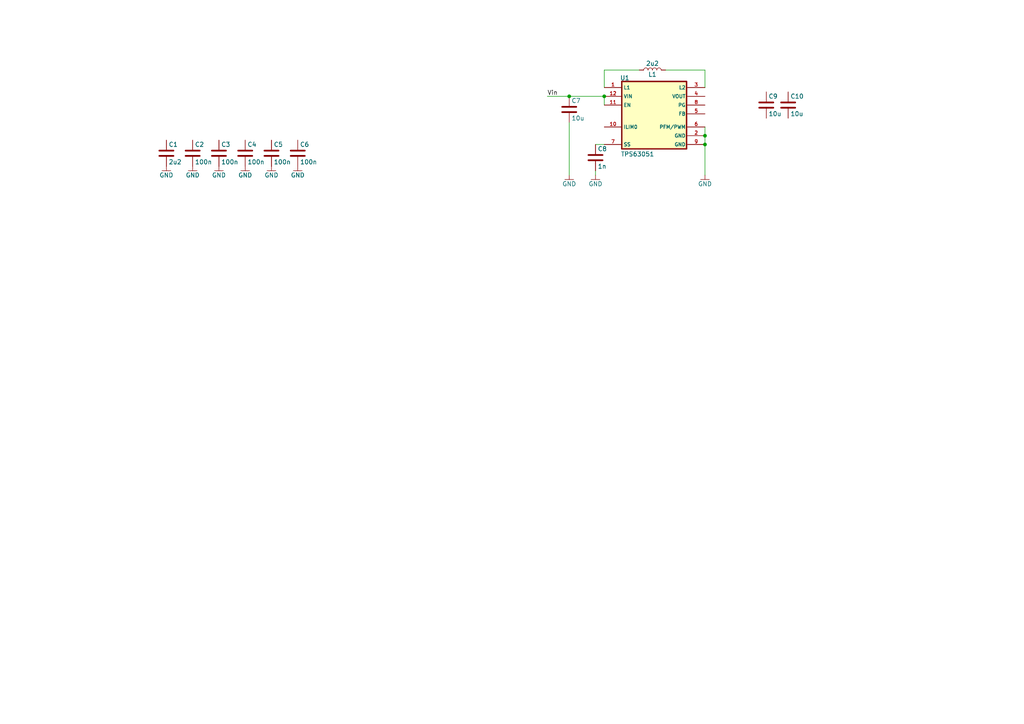
<source format=kicad_sch>
(kicad_sch (version 20231120) (generator "eeschema") (generator_version "8.0")
  (paper "A4")
  (title_block (title "CAT_MEP") (date "2024-02-14") (rev "1.0") (comment 1 "Dario Scheuber"))
  (lib_symbols
    (symbol "db:capacitor/05.040.289.0" (pin_numbers hide) (pin_names (offset 0.254))
      (property "Reference" "C" (at 0.635 2.54 0))
      (property "Value" "1n" (at 0.635 -2.54 0))
      (symbol "capacitor/05.040.289.0_0_1"
        (polyline (pts (xy -2.032 -0.762) (xy 2.032 -0.762)) (stroke (width 0.508)))
        (polyline (pts (xy -2.032 0.762) (xy 2.032 0.762)) (stroke (width 0.508)))
      )
      (symbol "capacitor/05.040.289.0_1_1"
        (pin passive line (at 0 3.81 270) (length 2.794) (name "~") (number "1"))
        (pin passive line (at 0 -3.81 90) (length 2.794) (name "~") (number "2"))
      )
    )
    (symbol "db:capacitor/05.040.385.0" (pin_numbers hide) (pin_names (offset 0.254))
      (property "Reference" "C" (at 0.635 2.54 0))
      (property "Value" "100n" (at 0.635 -2.54 0))
      (symbol "capacitor/05.040.385.0_0_1"
        (polyline (pts (xy -2.032 -0.762) (xy 2.032 -0.762)) (stroke (width 0.508)))
        (polyline (pts (xy -2.032 0.762) (xy 2.032 0.762)) (stroke (width 0.508)))
      )
      (symbol "capacitor/05.040.385.0_1_1"
        (pin passive line (at 0 3.81 270) (length 2.794) (name "~") (number "1"))
        (pin passive line (at 0 -3.81 90) (length 2.794) (name "~") (number "2"))
      )
    )
    (symbol "db:capacitor/15.040.449.0" (pin_numbers hide) (pin_names (offset 0.254))
      (property "Reference" "C" (at 0.635 2.54 0))
      (property "Value" "2u2" (at 0.635 -2.54 0))
      (symbol "capacitor/15.040.449.0_0_1"
        (polyline (pts (xy -2.032 -0.762) (xy 2.032 -0.762)) (stroke (width 0.508)))
        (polyline (pts (xy -2.032 0.762) (xy 2.032 0.762)) (stroke (width 0.508)))
      )
      (symbol "capacitor/15.040.449.0_1_1"
        (pin passive line (at 0 3.81 270) (length 2.794) (name "~") (number "1"))
        (pin passive line (at 0 -3.81 90) (length 2.794) (name "~") (number "2"))
      )
    )
    (symbol "db:capacitor/15.080.481.0" (pin_numbers hide) (pin_names (offset 0.254))
      (property "Reference" "C" (at 0.635 2.54 0))
      (property "Value" "10u" (at 0.635 -2.54 0))
      (symbol "capacitor/15.080.481.0_0_1"
        (polyline (pts (xy -2.032 -0.762) (xy 2.032 -0.762)) (stroke (width 0.508)))
        (polyline (pts (xy -2.032 0.762) (xy 2.032 0.762)) (stroke (width 0.508)))
      )
      (symbol "capacitor/15.080.481.0_1_1"
        (pin passive line (at 0 3.81 270) (length 2.794) (name "~") (number "1"))
        (pin passive line (at 0 -3.81 90) (length 2.794) (name "~") (number "2"))
      )
    )
    (symbol "db:ic/26.050.001"
      (property "Reference" "U" (at -8.001 10.414 0))
      (property "Value" "TPS63051" (at -4.318 -11.684 0))
      (symbol "ic/26.050.001_0_0"
        (pin input line (at -13.97 -3.81 0) (length 5.08) (name "ILIM0") (number "10"))
        (pin input line (at -13.97 2.54 0) (length 5.08) (name "EN") (number "11"))
        (pin power_in line (at 15.24 -6.35 180) (length 5.08) (name "GND") (number "2"))
        (pin output line (at 15.24 5.08 180) (length 5.08) (name "VOUT") (number "4"))
        (pin input line (at 15.24 0 180) (length 5.08) (name "FB") (number "5"))
        (pin input line (at 15.24 -3.81 180) (length 5.08) (name "PFM/PWM") (number "6"))
        (pin input line (at -13.97 -8.89 0) (length 5.08) (name "SS") (number "7"))
        (pin output line (at 15.24 2.54 180) (length 5.08) (name "PG") (number "8"))
        (pin power_in line (at 15.24 -8.89 180) (length 5.08) (name "GND") (number "9"))
      )
      (symbol "ic/26.050.001_1_0"
        (rectangle (start -8.89 9.398) (end 9.906 -10.16) (stroke (width 0.41)) (fill (type background)))
        (pin passive line (at -13.97 7.62 0) (length 5.08) (name "L1") (number "1"))
        (pin power_in line (at -13.97 5.08 0) (length 5.08) (name "VIN") (number "12"))
        (pin passive line (at 15.24 7.62 180) (length 5.08) (name "L2") (number "3"))
      )
    )
    (symbol "db:inductor/15.000.449.0" (pin_numbers hide) (pin_names (offset 1.016) hide)
      (property "Reference" "L" (at -1.27 0 90))
      (property "Value" "2u2" (at 1.905 0 90))
      (symbol "inductor/15.000.449.0_0_1"
        (arc (start 0 -2.54) (mid 0.6323 -1.905) (end 0 -1.27))
        (arc (start 0 -1.27) (mid 0.6323 -0.635) (end 0 0))
        (arc (start 0 0) (mid 0.6323 0.635) (end 0 1.27))
        (arc (start 0 1.27) (mid 0.6323 1.905) (end 0 2.54))
      )
      (symbol "inductor/15.000.449.0_1_1"
        (pin passive line (at 0 3.81 270) (length 1.27) (name "1") (number "1"))
        (pin passive line (at 0 -3.81 90) (length 1.27) (name "2") (number "2"))
      )
    )
    (symbol "powersymbols:GND" (power) (pin_names (offset 0))
      (property "Value" "GND" (at 0 -2.54 0))
      (symbol "GND_0_1"
        (polyline (pts (xy 0 0) (xy 0 -1.27) (xy 1.27 -1.27) (xy 0 -1.27) (xy -1.27 -1.27) (xy 0 -1.27)))
      )
      (symbol "GND_1_1"
        (pin power_in line (at 0 0 270) (length 0) hide (name "GND") (number "1"))
      )
    )
  )
  (junction (at 175.26 27.94))
  (junction (at 204.47 39.37))
  (junction (at 204.47 41.91))
  (junction (at 165.1 27.94))
  (wire (pts (xy 193.04 20.32) (xy 204.47 20.32)))
  (wire (pts (xy 172.72 49.53) (xy 172.72 50.8)))
  (wire (pts (xy 204.47 39.37) (xy 204.47 41.91)))
  (wire (pts (xy 172.72 41.91) (xy 175.26 41.91)))
  (wire (pts (xy 175.26 27.94) (xy 175.26 30.48)))
  (wire (pts (xy 165.1 35.56) (xy 165.1 50.8)))
  (wire (pts (xy 165.1 27.94) (xy 175.26 27.94)))
  (wire (pts (xy 175.26 20.32) (xy 175.26 25.4)))
  (wire (pts (xy 158.75 27.94) (xy 165.1 27.94)))
  (wire (pts (xy 204.47 50.8) (xy 204.47 41.91)))
  (wire (pts (xy 204.47 20.32) (xy 204.47 25.4)))
  (wire (pts (xy 204.47 36.83) (xy 204.47 39.37)))
  (wire (pts (xy 185.42 20.32) (xy 175.26 20.32)))
  (label "Vin" (at 158.75 27.94 0))
  (symbol (lib_id "db:capacitor/05.040.385.0") (at 71.12 44.45 0) (unit 1)
    (property "Reference" "C4" (at 71.755 41.91 0) (effects (justify left)))
    (property "Value" "100n" (at 71.755 46.99 0) (effects (justify left)))
    (property "Footprint" "passive:C_0402" (effects (hide yes)))
    (property "Designator" "C" (effects (hide yes)))
    (property "Category" "capacitor" (effects (hide yes)))
    (property "MFR" "Taiyo Yuden" (effects (hide yes)))
    (property "MFR#" "MCASE105SB7104KFNA01" (effects (hide yes)))
    (property "Rating" "16V, 10%, X7R" (effects (hide yes)))
    (property "Dist1" "mouser" (effects (hide yes)))
    (property "Dist1#" "963-MCASE105SB7104KF" (effects (hide yes)))
    (property "Dist2" "none" (effects (hide yes)))
    (property "Dist3" "none" (effects (hide yes)))
    (property "Active" "1" (effects (hide yes)))
    (property "Version" "0" (effects (hide yes)))
    (property "Modified" "2024-02-14 10:29:43" (effects (hide yes)))
    (property "FP" "C_0402" (effects (hide yes)))
  )
  (symbol (lib_id "db:capacitor/15.080.481.0") (at 222.25 30.48 0) (unit 1)
    (property "Reference" "C9" (at 222.885 27.94 0) (effects (justify left)))
    (property "Value" "10u" (at 222.885 33.02 0) (effects (justify left)))
    (property "Footprint" "passive:C_0805" (effects (hide yes)))
    (property "Datasheet" "${KICAD_USER_DATASHEET_DIR}passive/CL21Y106KABVPN_Specsheet-3106720.pdf" (effects (hide yes)))
    (property "Description" "Kondensator aus mehreren Keramikschichten MLCC - SMD/SMT 10.0uF +/-10% 10V X7R 0805" (effects (hide yes)))
    (property "Designator" "C" (effects (hide yes)))
    (property "Category" "capacitor" (effects (hide yes)))
    (property "MFR" "Samsung" (effects (hide yes)))
    (property "MFR#" "CL21B106KPY6PNE" (effects (hide yes)))
    (property "Rating" "10V, 10%" (effects (hide yes)))
    (property "Dist1" "mouser" (effects (hide yes)))
    (property "Dist1#" "187-CL21B106KPY6PNE" (effects (hide yes)))
    (property "Dist2" "none" (effects (hide yes)))
    (property "Dist3" "none" (effects (hide yes)))
    (property "Active" "1" (effects (hide yes)))
    (property "Version" "5" (effects (hide yes)))
    (property "Modified" "2024-02-14 10:59:50" (effects (hide yes)))
    (property "FP" "C_0805" (effects (hide yes)))
  )
  (symbol (lib_id "powersymbols:GND") (at 172.72 50.8 0) (unit 1)
    (property "Reference" "#PWR09" (effects (hide yes)))
    (property "Value" "GND" (at 172.72 53.34 0))
    (property "Description" "Power symbol creates a global label with name \"GND\" , ground" (effects (hide yes)))
  )
  (symbol (lib_id "db:capacitor/15.040.449.0") (at 48.26 44.45 0) (unit 1)
    (property "Reference" "C1" (at 48.895 41.91 0) (effects (justify left)))
    (property "Value" "2u2" (at 48.895 46.99 0) (effects (justify left)))
    (property "Footprint" "passive:C_0402" (effects (hide yes)))
    (property "Datasheet" "${KICAD_USER_DATASHEET_DIR}passive/C_MLCC.pdf" (effects (hide yes)))
    (property "Description" "MLCC" (effects (hide yes)))
    (property "Designator" "C" (effects (hide yes)))
    (property "Category" "capacitor" (effects (hide yes)))
    (property "MFR" "Samsung" (effects (hide yes)))
    (property "MFR#" "CL05A225KO5NQNC" (effects (hide yes)))
    (property "Rating" "16V, 10%,  X5R" (effects (hide yes)))
    (property "Dist1" "mouser" (effects (hide yes)))
    (property "Dist1#" "187-CL05A225KO5NQNC" (effects (hide yes)))
    (property "Dist2" "none" (effects (hide yes)))
    (property "Dist3" "none" (effects (hide yes)))
    (property "Active" "1" (effects (hide yes)))
    (property "Version" "0" (effects (hide yes)))
    (property "Modified" "2024-02-14 13:04:15" (effects (hide yes)))
    (property "FP" "C_0402" (effects (hide yes)))
  )
  (symbol (lib_id "powersymbols:GND") (at 78.74 48.26 0) (unit 1)
    (property "Reference" "#PWR05" (effects (hide yes)))
    (property "Value" "GND" (at 78.74 50.8 0))
    (property "Description" "Power symbol creates a global label with name \"GND\" , ground" (effects (hide yes)))
  )
  (symbol (lib_id "db:inductor/15.000.449.0") (at 189.23 20.32 90) (unit 1)
    (property "Reference" "L1" (at 189.23 21.59 90))
    (property "Value" "2u2" (at 189.23 18.415 90))
    (property "Footprint" "passive:L_3.2mmx2.5mm" (effects (hide yes)))
    (property "Datasheet" "${KICAD_USER_DATASHEET_DIR}passive\\Inductor - SRP3212A Series.pdf" (effects (hide yes)))
    (property "Description" "Shielded Power Inductor" (effects (hide yes)))
    (property "Designator" "L" (effects (hide yes)))
    (property "Category" "inductor" (effects (hide yes)))
    (property "MFR" "Bourns" (effects (hide yes)))
    (property "MFR#" "SRP3212-2R2M" (effects (hide yes)))
    (property "Rating" "4A, 20%, 61mOhm" (effects (hide yes)))
    (property "Dist1" "mouser" (effects (hide yes)))
    (property "Dist1#" "652-SRP3212-2R2M" (effects (hide yes)))
    (property "Dist2" "none" (effects (hide yes)))
    (property "Dist3" "none" (effects (hide yes)))
    (property "Active" "1" (effects (hide yes)))
    (property "Version" "1" (effects (hide yes)))
    (property "Modified" "2024-02-14 12:03:36" (effects (hide yes)))
    (property "FP" "L_3.2mmx2.5mm" (effects (hide yes)))
  )
  (symbol (lib_id "powersymbols:GND") (at 48.26 48.26 0) (unit 1)
    (property "Reference" "#PWR01" (effects (hide yes)))
    (property "Value" "GND" (at 48.26 50.8 0))
    (property "Description" "Power symbol creates a global label with name \"GND\" , ground" (effects (hide yes)))
  )
  (symbol (lib_id "db:capacitor/05.040.385.0") (at 55.88 44.45 0) (unit 1)
    (property "Reference" "C2" (at 56.515 41.91 0) (effects (justify left)))
    (property "Value" "100n" (at 56.515 46.99 0) (effects (justify left)))
    (property "Footprint" "passive:C_0402" (effects (hide yes)))
    (property "Designator" "C" (effects (hide yes)))
    (property "Category" "capacitor" (effects (hide yes)))
    (property "MFR" "Taiyo Yuden" (effects (hide yes)))
    (property "MFR#" "MCASE105SB7104KFNA01" (effects (hide yes)))
    (property "Rating" "16V, 10%, X7R" (effects (hide yes)))
    (property "Dist1" "mouser" (effects (hide yes)))
    (property "Dist1#" "963-MCASE105SB7104KF" (effects (hide yes)))
    (property "Dist2" "none" (effects (hide yes)))
    (property "Dist3" "none" (effects (hide yes)))
    (property "Active" "1" (effects (hide yes)))
    (property "Version" "0" (effects (hide yes)))
    (property "Modified" "2024-02-14 10:29:43" (effects (hide yes)))
    (property "FP" "C_0402" (effects (hide yes)))
  )
  (symbol (lib_id "db:capacitor/05.040.385.0") (at 63.5 44.45 0) (unit 1)
    (property "Reference" "C3" (at 64.135 41.91 0) (effects (justify left)))
    (property "Value" "100n" (at 64.135 46.99 0) (effects (justify left)))
    (property "Footprint" "passive:C_0402" (effects (hide yes)))
    (property "Designator" "C" (effects (hide yes)))
    (property "Category" "capacitor" (effects (hide yes)))
    (property "MFR" "Taiyo Yuden" (effects (hide yes)))
    (property "MFR#" "MCASE105SB7104KFNA01" (effects (hide yes)))
    (property "Rating" "16V, 10%, X7R" (effects (hide yes)))
    (property "Dist1" "mouser" (effects (hide yes)))
    (property "Dist1#" "963-MCASE105SB7104KF" (effects (hide yes)))
    (property "Dist2" "none" (effects (hide yes)))
    (property "Dist3" "none" (effects (hide yes)))
    (property "Active" "1" (effects (hide yes)))
    (property "Version" "0" (effects (hide yes)))
    (property "Modified" "2024-02-14 10:29:43" (effects (hide yes)))
    (property "FP" "C_0402" (effects (hide yes)))
  )
  (symbol (lib_id "db:ic/26.050.001") (at 189.23 33.02 0) (unit 1)
    (property "Reference" "U1" (at 181.229 22.606 0))
    (property "Value" "TPS63051" (at 184.912 44.704 0))
    (property "Footprint" "ic:TPS63051" (effects (hide yes)))
    (property "Datasheet" "${KICAD_USER_DATASHEET_DIR}ic/tps63051.pdf" (effects (hide yes)))
    (property "Description" "IC REG BCK-BST 3.3V 500MA 12VQFN" (effects (hide yes)))
    (property "Designator" "U" (effects (hide yes)))
    (property "Category" "ic" (effects (hide yes)))
    (property "MFR" "TI" (effects (hide yes)))
    (property "MFR#" "TPS63051RMWR" (effects (hide yes)))
    (property "Dist1" "mouser" (effects (hide yes)))
    (property "Dist1#" "595-TPS63051RMWR" (effects (hide yes)))
    (property "Dist2" "digikey" (effects (hide yes)))
    (property "Dist2#" "296-42650-2-ND" (effects (hide yes)))
    (property "Dist3" "none" (effects (hide yes)))
    (property "Dist3#" "296-42650-2-ND" (effects (hide yes)))
    (property "Active" "1" (effects (hide yes)))
    (property "Version" "7" (effects (hide yes)))
    (property "Modified" "2024-02-14 10:59:50" (effects (hide yes)))
    (property "FP" "TPS63051" (effects (hide yes)))
  )
  (symbol (lib_id "db:capacitor/05.040.289.0") (at 172.72 45.72 0) (unit 1)
    (property "Reference" "C8" (at 173.355 43.18 0) (effects (justify left)))
    (property "Value" "1n" (at 173.355 48.26 0) (effects (justify left)))
    (property "Footprint" "passive:C_0402" (effects (hide yes)))
    (property "Description" "MLCC" (effects (hide yes)))
    (property "Designator" "C" (effects (hide yes)))
    (property "Category" "capacitor" (effects (hide yes)))
    (property "MFR" "Samsung" (effects (hide yes)))
    (property "MFR#" "CL05B102KO5NNWC" (effects (hide yes)))
    (property "Rating" "16V, 10%, X7R" (effects (hide yes)))
    (property "Dist1" "mouser" (effects (hide yes)))
    (property "Dist1#" "187-CL05B102KO5NNWC" (effects (hide yes)))
    (property "Dist2" "none" (effects (hide yes)))
    (property "Dist3" "none" (effects (hide yes)))
    (property "Active" "1" (effects (hide yes)))
    (property "Version" "0" (effects (hide yes)))
    (property "Modified" "2024-02-14 10:29:43" (effects (hide yes)))
    (property "FP" "C_0402" (effects (hide yes)))
  )
  (symbol (lib_id "powersymbols:GND") (at 165.1 50.8 0) (unit 1)
    (property "Reference" "#PWR08" (effects (hide yes)))
    (property "Value" "GND" (at 165.1 53.34 0))
    (property "Description" "Power symbol creates a global label with name \"GND\" , ground" (effects (hide yes)))
  )
  (symbol (lib_id "db:capacitor/05.040.385.0") (at 86.36 44.45 0) (unit 1)
    (property "Reference" "C6" (at 86.995 41.91 0) (effects (justify left)))
    (property "Value" "100n" (at 86.995 46.99 0) (effects (justify left)))
    (property "Footprint" "passive:C_0402" (effects (hide yes)))
    (property "Designator" "C" (effects (hide yes)))
    (property "Category" "capacitor" (effects (hide yes)))
    (property "MFR" "Taiyo Yuden" (effects (hide yes)))
    (property "MFR#" "MCASE105SB7104KFNA01" (effects (hide yes)))
    (property "Rating" "16V, 10%, X7R" (effects (hide yes)))
    (property "Dist1" "mouser" (effects (hide yes)))
    (property "Dist1#" "963-MCASE105SB7104KF" (effects (hide yes)))
    (property "Dist2" "none" (effects (hide yes)))
    (property "Dist3" "none" (effects (hide yes)))
    (property "Active" "1" (effects (hide yes)))
    (property "Version" "0" (effects (hide yes)))
    (property "Modified" "2024-02-14 10:29:43" (effects (hide yes)))
    (property "FP" "C_0402" (effects (hide yes)))
  )
  (symbol (lib_id "powersymbols:GND") (at 86.36 48.26 0) (unit 1)
    (property "Reference" "#PWR06" (effects (hide yes)))
    (property "Value" "GND" (at 86.36 50.8 0))
    (property "Description" "Power symbol creates a global label with name \"GND\" , ground" (effects (hide yes)))
  )
  (symbol (lib_id "powersymbols:GND") (at 55.88 48.26 0) (unit 1)
    (property "Reference" "#PWR02" (effects (hide yes)))
    (property "Value" "GND" (at 55.88 50.8 0))
    (property "Description" "Power symbol creates a global label with name \"GND\" , ground" (effects (hide yes)))
  )
  (symbol (lib_id "powersymbols:GND") (at 71.12 48.26 0) (unit 1)
    (property "Reference" "#PWR04" (effects (hide yes)))
    (property "Value" "GND" (at 71.12 50.8 0))
    (property "Description" "Power symbol creates a global label with name \"GND\" , ground" (effects (hide yes)))
  )
  (symbol (lib_id "powersymbols:GND") (at 204.47 50.8 0) (unit 1)
    (property "Reference" "#PWR07" (effects (hide yes)))
    (property "Value" "GND" (at 204.47 53.34 0))
    (property "Description" "Power symbol creates a global label with name \"GND\" , ground" (effects (hide yes)))
  )
  (symbol (lib_id "db:capacitor/15.080.481.0") (at 228.6 30.48 0) (unit 1)
    (property "Reference" "C10" (at 229.235 27.94 0) (effects (justify left)))
    (property "Value" "10u" (at 229.235 33.02 0) (effects (justify left)))
    (property "Footprint" "passive:C_0805" (effects (hide yes)))
    (property "Datasheet" "${KICAD_USER_DATASHEET_DIR}passive/CL21Y106KABVPN_Specsheet-3106720.pdf" (effects (hide yes)))
    (property "Description" "Kondensator aus mehreren Keramikschichten MLCC - SMD/SMT 10.0uF +/-10% 10V X7R 0805" (effects (hide yes)))
    (property "Designator" "C" (effects (hide yes)))
    (property "Category" "capacitor" (effects (hide yes)))
    (property "MFR" "Samsung" (effects (hide yes)))
    (property "MFR#" "CL21B106KPY6PNE" (effects (hide yes)))
    (property "Rating" "10V, 10%" (effects (hide yes)))
    (property "Dist1" "mouser" (effects (hide yes)))
    (property "Dist1#" "187-CL21B106KPY6PNE" (effects (hide yes)))
    (property "Dist2" "none" (effects (hide yes)))
    (property "Dist3" "none" (effects (hide yes)))
    (property "Active" "1" (effects (hide yes)))
    (property "Version" "5" (effects (hide yes)))
    (property "Modified" "2024-02-14 10:59:50" (effects (hide yes)))
    (property "FP" "C_0805" (effects (hide yes)))
  )
  (symbol (lib_id "db:capacitor/05.040.385.0") (at 78.74 44.45 0) (unit 1)
    (property "Reference" "C5" (at 79.375 41.91 0) (effects (justify left)))
    (property "Value" "100n" (at 79.375 46.99 0) (effects (justify left)))
    (property "Footprint" "passive:C_0402" (effects (hide yes)))
    (property "Designator" "C" (effects (hide yes)))
    (property "Category" "capacitor" (effects (hide yes)))
    (property "MFR" "Taiyo Yuden" (effects (hide yes)))
    (property "MFR#" "MCASE105SB7104KFNA01" (effects (hide yes)))
    (property "Rating" "16V, 10%, X7R" (effects (hide yes)))
    (property "Dist1" "mouser" (effects (hide yes)))
    (property "Dist1#" "963-MCASE105SB7104KF" (effects (hide yes)))
    (property "Dist2" "none" (effects (hide yes)))
    (property "Dist3" "none" (effects (hide yes)))
    (property "Active" "1" (effects (hide yes)))
    (property "Version" "0" (effects (hide yes)))
    (property "Modified" "2024-02-14 10:29:43" (effects (hide yes)))
    (property "FP" "C_0402" (effects (hide yes)))
  )
  (symbol (lib_id "powersymbols:GND") (at 63.5 48.26 0) (unit 1)
    (property "Reference" "#PWR03" (effects (hide yes)))
    (property "Value" "GND" (at 63.5 50.8 0))
    (property "Description" "Power symbol creates a global label with name \"GND\" , ground" (effects (hide yes)))
  )
  (symbol (lib_id "db:capacitor/15.080.481.0") (at 165.1 31.75 0) (unit 1)
    (property "Reference" "C7" (at 165.735 29.21 0) (effects (justify left)))
    (property "Value" "10u" (at 165.735 34.29 0) (effects (justify left)))
    (property "Footprint" "passive:C_0805" (effects (hide yes)))
    (property "Datasheet" "${KICAD_USER_DATASHEET_DIR}passive/CL21Y106KABVPN_Specsheet-3106720.pdf" (effects (hide yes)))
    (property "Description" "Kondensator aus mehreren Keramikschichten MLCC - SMD/SMT 10.0uF +/-10% 10V X7R 0805" (effects (hide yes)))
    (property "Designator" "C" (effects (hide yes)))
    (property "Category" "capacitor" (effects (hide yes)))
    (property "MFR" "Samsung" (effects (hide yes)))
    (property "MFR#" "CL21B106KPY6PNE" (effects (hide yes)))
    (property "Rating" "10V, 10%" (effects (hide yes)))
    (property "Dist1" "mouser" (effects (hide yes)))
    (property "Dist1#" "187-CL21B106KPY6PNE" (effects (hide yes)))
    (property "Dist2" "none" (effects (hide yes)))
    (property "Dist3" "none" (effects (hide yes)))
    (property "Active" "1" (effects (hide yes)))
    (property "Version" "5" (effects (hide yes)))
    (property "Modified" "2024-02-14 10:59:50" (effects (hide yes)))
    (property "FP" "C_0805" (effects (hide yes)))
  )
)
</source>
